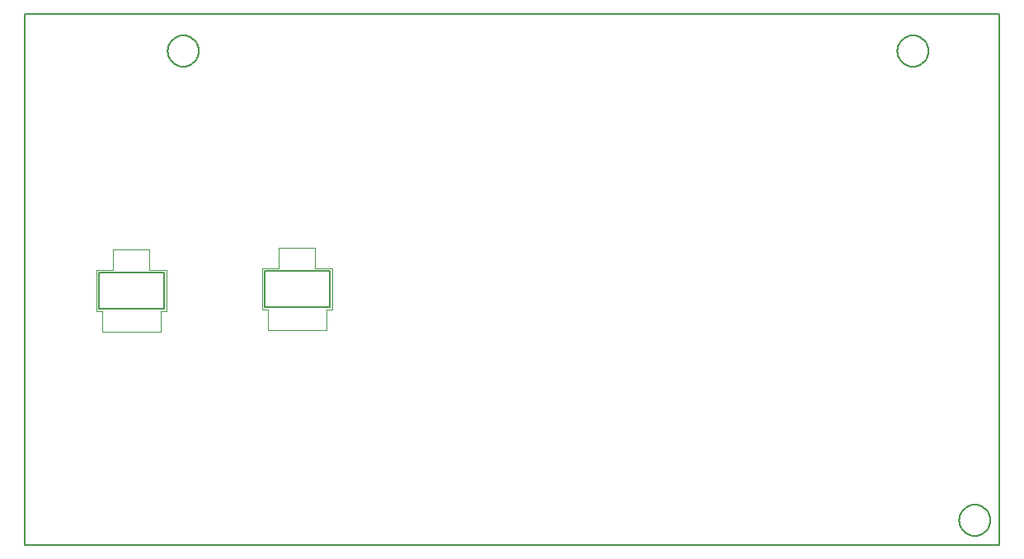
<source format=gm1>
G04 Layer_Color=16711935*
%FSLAX25Y25*%
%MOIN*%
G70*
G01*
G75*
%ADD40C,0.00500*%
%ADD66C,0.00197*%
D40*
X70299Y200000D02*
X70222Y200985D01*
X69991Y201946D01*
X69612Y202860D01*
X69096Y203702D01*
X68454Y204454D01*
X67703Y205096D01*
X66860Y205612D01*
X65947Y205991D01*
X64985Y206222D01*
X64000Y206299D01*
X63015Y206222D01*
X62054Y205991D01*
X61140Y205612D01*
X60298Y205096D01*
X59546Y204454D01*
X58904Y203702D01*
X58388Y202860D01*
X58009Y201946D01*
X57779Y200985D01*
X57701Y200000D01*
X57779Y199015D01*
X58009Y198054D01*
X58388Y197140D01*
X58904Y196298D01*
X59546Y195546D01*
X60298Y194904D01*
X61140Y194388D01*
X62054Y194009D01*
X63015Y193779D01*
X64000Y193701D01*
X64985Y193779D01*
X65947Y194009D01*
X66860Y194388D01*
X67703Y194904D01*
X68454Y195546D01*
X69096Y196298D01*
X69612Y197140D01*
X69991Y198054D01*
X70222Y199015D01*
X70299Y200000D01*
X365299D02*
X365222Y200985D01*
X364991Y201946D01*
X364612Y202860D01*
X364096Y203702D01*
X363454Y204454D01*
X362702Y205096D01*
X361860Y205612D01*
X360946Y205991D01*
X359985Y206222D01*
X359000Y206299D01*
X358015Y206222D01*
X357053Y205991D01*
X356140Y205612D01*
X355297Y205096D01*
X354546Y204454D01*
X353904Y203702D01*
X353388Y202860D01*
X353009Y201946D01*
X352779Y200985D01*
X352701Y200000D01*
X352779Y199015D01*
X353009Y198054D01*
X353388Y197140D01*
X353904Y196298D01*
X354546Y195546D01*
X355297Y194904D01*
X356140Y194388D01*
X357053Y194009D01*
X358015Y193779D01*
X359000Y193701D01*
X359985Y193779D01*
X360946Y194009D01*
X361860Y194388D01*
X362702Y194904D01*
X363454Y195546D01*
X364096Y196298D01*
X364612Y197140D01*
X364991Y198054D01*
X365222Y199015D01*
X365299Y200000D01*
X390299Y10000D02*
X390222Y10985D01*
X389991Y11947D01*
X389612Y12860D01*
X389096Y13702D01*
X388454Y14454D01*
X387702Y15096D01*
X386860Y15612D01*
X385946Y15991D01*
X384985Y16221D01*
X384000Y16299D01*
X383015Y16221D01*
X382053Y15991D01*
X381140Y15612D01*
X380297Y15096D01*
X379546Y14454D01*
X378904Y13702D01*
X378388Y12860D01*
X378009Y11947D01*
X377779Y10985D01*
X377701Y10000D01*
X377779Y9015D01*
X378009Y8054D01*
X378388Y7140D01*
X378904Y6297D01*
X379546Y5546D01*
X380297Y4904D01*
X381140Y4388D01*
X382053Y4009D01*
X383015Y3779D01*
X384000Y3701D01*
X384985Y3779D01*
X385946Y4009D01*
X386860Y4388D01*
X387702Y4904D01*
X388454Y5546D01*
X389096Y6297D01*
X389612Y7140D01*
X389991Y8054D01*
X390222Y9015D01*
X390299Y10000D01*
X0Y0D02*
X394000D01*
Y140000D01*
Y215000D01*
X0D02*
X394000D01*
X0Y0D02*
Y215000D01*
X96772Y96398D02*
X123228D01*
Y111043D01*
X96772D02*
X123228D01*
X96772Y96398D02*
Y111043D01*
X29772Y95677D02*
X56228D01*
Y110323D01*
X29772D02*
X56228D01*
X29772Y95677D02*
Y110323D01*
D66*
X95787Y112028D02*
X102638D01*
Y120453D01*
X117362D01*
Y112028D02*
Y120453D01*
Y112028D02*
X124213D01*
Y95413D02*
Y112028D01*
X121850Y95413D02*
X124213D01*
X121850Y86988D02*
Y95413D01*
X98150Y86988D02*
X121850D01*
X98150D02*
Y95413D01*
X95787D02*
X98150D01*
X95787D02*
Y112028D01*
X28787Y111307D02*
X35638D01*
Y119732D01*
X50362D01*
Y111307D02*
Y119732D01*
Y111307D02*
X57213D01*
Y94693D02*
Y111307D01*
X54850Y94693D02*
X57213D01*
X54850Y86268D02*
Y94693D01*
X31150Y86268D02*
X54850D01*
X31150D02*
Y94693D01*
X28787D02*
X31150D01*
X28787D02*
Y111307D01*
M02*

</source>
